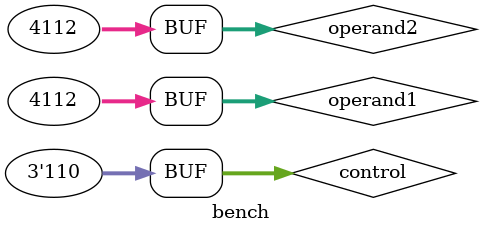
<source format=v>
`timescale 10us / 10us

module bench;

	reg [31:0] operand1;
	reg [31:0] operand2;
	reg [2:0] control;
	wire isZero;
	wire [31:0] result;

	ALU U0 (
		.operand1 (operand1),
		.operand2 (operand2),
		.ALU_control (control),
		.isZero (isZero),
		.result (result)
	);

	initial begin
		operand1 = 32'h0000_1010;
		operand2 = 32'h0000_1000;
		control = 3'b010;
		#1 control = 3'b110;
		#1 control = 3'b000;
		#1 control = 3'b001;
		#1 control = 3'b111;
		#1 operand2 = 32'h0001_0000;
		#1 control = 3'b110;
		operand2 = 32'h0000_1010;
		#1 ;
	end

endmodule
</source>
